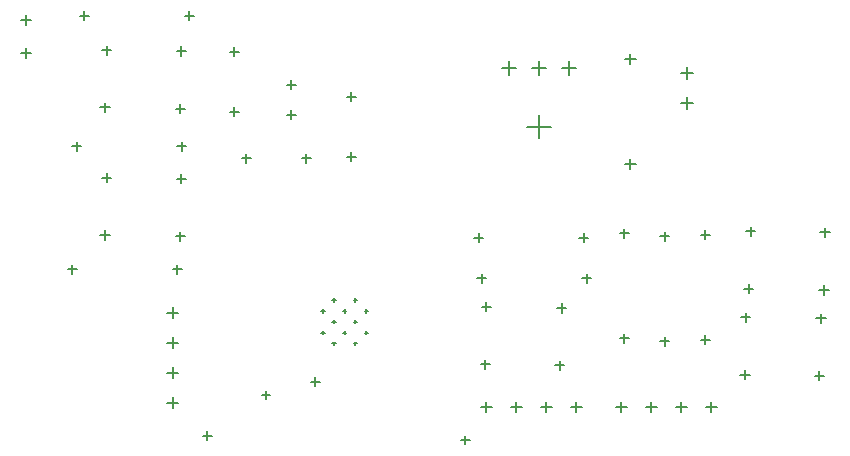
<source format=gbr>
G04*
G04 #@! TF.GenerationSoftware,Altium Limited,Altium Designer,25.0.2 (28)*
G04*
G04 Layer_Color=128*
%FSLAX44Y44*%
%MOMM*%
G71*
G04*
G04 #@! TF.SameCoordinates,D42C59B9-CDD2-46E9-AE24-7A473A00D307*
G04*
G04*
G04 #@! TF.FilePolarity,Positive*
G04*
G01*
G75*
%ADD13C,0.1270*%
D13*
X891025Y540450D02*
X894025D01*
X892525Y538950D02*
Y541950D01*
X872675Y540450D02*
X875675D01*
X874175Y538950D02*
Y541950D01*
X900200Y549625D02*
X903200D01*
X901700Y548125D02*
Y551125D01*
X881850Y549625D02*
X884850D01*
X883350Y548125D02*
Y551125D01*
X863500Y549625D02*
X866500D01*
X865000Y548125D02*
Y551125D01*
X891025Y558800D02*
X894025D01*
X892525Y557300D02*
Y560300D01*
X872675Y558800D02*
X875675D01*
X874175Y557300D02*
Y560300D01*
X900200Y567975D02*
X903200D01*
X901700Y566475D02*
Y569475D01*
X881850Y567975D02*
X884850D01*
X883350Y566475D02*
Y569475D01*
X863500Y567975D02*
X866500D01*
X865000Y566475D02*
Y569475D01*
X891025Y577150D02*
X894025D01*
X892525Y575650D02*
Y578650D01*
X872675Y577150D02*
X875675D01*
X874175Y575650D02*
Y578650D01*
X1037750Y723900D02*
X1057750D01*
X1047750Y713900D02*
Y733900D01*
X1067150Y773900D02*
X1079150D01*
X1073150Y767900D02*
Y779900D01*
X1041750Y773900D02*
X1053750D01*
X1047750Y767900D02*
Y779900D01*
X1016350Y773900D02*
X1028350D01*
X1022350Y767900D02*
Y779900D01*
X678053Y788670D02*
X685927D01*
X681990Y784733D02*
Y792607D01*
X740283Y739140D02*
X748157D01*
X744220Y735203D02*
Y743077D01*
X741045Y787908D02*
X748919D01*
X744982Y783971D02*
Y791845D01*
X676529Y740156D02*
X684403D01*
X680466Y736219D02*
Y744093D01*
X733370Y566420D02*
X742370D01*
X737870Y561920D02*
Y570920D01*
X733370Y541020D02*
X742370D01*
X737870Y536520D02*
Y545520D01*
X733370Y515620D02*
X742370D01*
X737870Y511120D02*
Y520120D01*
X733370Y490220D02*
X742370D01*
X737870Y485720D02*
Y494720D01*
X995553Y595630D02*
X1003427D01*
X999490Y591693D02*
Y599567D01*
X1084453Y595630D02*
X1092327D01*
X1088390Y591693D02*
Y599567D01*
X648843Y603250D02*
X656717D01*
X652780Y599313D02*
Y607187D01*
X737743Y603250D02*
X745617D01*
X741680Y599313D02*
Y607187D01*
X652653Y707390D02*
X660527D01*
X656590Y703453D02*
Y711327D01*
X741553Y707390D02*
X749427D01*
X745490Y703453D02*
Y711327D01*
X998800Y486410D02*
X1007800D01*
X1003300Y481910D02*
Y490910D01*
X1024200Y486410D02*
X1033200D01*
X1028700Y481910D02*
Y490910D01*
X1049600Y486410D02*
X1058600D01*
X1054100Y481910D02*
Y490910D01*
X1075000Y486410D02*
X1084000D01*
X1079500Y481910D02*
Y490910D01*
X1061593Y521970D02*
X1069467D01*
X1065530Y518033D02*
Y525907D01*
X999363Y571500D02*
X1007237D01*
X1003300Y567563D02*
Y575437D01*
X998601Y522732D02*
X1006475D01*
X1002538Y518795D02*
Y526669D01*
X1063117Y570484D02*
X1070991D01*
X1067054Y566547D02*
Y574421D01*
X678053Y680720D02*
X685927D01*
X681990Y676783D02*
Y684657D01*
X740283Y631190D02*
X748157D01*
X744220Y627253D02*
Y635127D01*
X741045Y679958D02*
X748919D01*
X744982Y676021D02*
Y683895D01*
X676529Y632206D02*
X684403D01*
X680466Y628269D02*
Y636143D01*
X1150493Y631190D02*
X1158367D01*
X1154430Y627253D02*
Y635127D01*
X1150493Y542290D02*
X1158367D01*
X1154430Y538353D02*
Y546227D01*
X1081913Y629920D02*
X1089787D01*
X1085850Y625983D02*
Y633857D01*
X993013Y629920D02*
X1000887D01*
X996950Y625983D02*
Y633857D01*
X1168480Y769620D02*
X1178480D01*
X1173480Y764620D02*
Y774620D01*
X1168480Y744220D02*
X1178480D01*
X1173480Y739220D02*
Y749220D01*
X1120775Y781050D02*
X1129665D01*
X1125220Y776605D02*
Y785495D01*
X1120775Y692150D02*
X1129665D01*
X1125220Y687705D02*
Y696595D01*
X885063Y749300D02*
X892937D01*
X889000Y745363D02*
Y753237D01*
X885063Y698500D02*
X892937D01*
X889000Y694563D02*
Y702437D01*
X834136Y759460D02*
X842264D01*
X838200Y755396D02*
Y763524D01*
X834136Y734060D02*
X842264D01*
X838200Y729996D02*
Y738124D01*
X846963Y697230D02*
X854837D01*
X850900Y693293D02*
Y701167D01*
X796163Y697230D02*
X804037D01*
X800100Y693293D02*
Y701167D01*
X786003Y736600D02*
X793877D01*
X789940Y732663D02*
Y740537D01*
X786003Y787400D02*
X793877D01*
X789940Y783463D02*
Y791337D01*
X1184783Y543560D02*
X1192657D01*
X1188720Y539623D02*
Y547497D01*
X1184783Y632460D02*
X1192657D01*
X1188720Y628523D02*
Y636397D01*
X1116203Y544830D02*
X1124077D01*
X1120140Y540893D02*
Y548767D01*
X1116203Y633730D02*
X1124077D01*
X1120140Y629793D02*
Y637667D01*
X1223137Y635254D02*
X1231011D01*
X1227074Y631317D02*
Y639191D01*
X1285367Y585724D02*
X1293241D01*
X1289304Y581787D02*
Y589661D01*
X1286129Y634492D02*
X1294003D01*
X1290066Y630555D02*
Y638429D01*
X1221613Y586740D02*
X1229487D01*
X1225550Y582803D02*
Y590677D01*
X1281303Y513080D02*
X1289177D01*
X1285240Y509143D02*
Y517017D01*
X1219073Y562610D02*
X1226947D01*
X1223010Y558673D02*
Y566547D01*
X1218311Y513842D02*
X1226185D01*
X1222248Y509905D02*
Y517779D01*
X1282827Y561594D02*
X1290701D01*
X1286764Y557657D02*
Y565531D01*
X1113100Y486410D02*
X1122100D01*
X1117600Y481910D02*
Y490910D01*
X1138500Y486410D02*
X1147500D01*
X1143000Y481910D02*
Y490910D01*
X1163900Y486410D02*
X1172900D01*
X1168400Y481910D02*
Y490910D01*
X1189300Y486410D02*
X1198300D01*
X1193800Y481910D02*
Y490910D01*
X609346Y786130D02*
X617474D01*
X613410Y782066D02*
Y790194D01*
X609346Y814070D02*
X617474D01*
X613410Y810006D02*
Y818134D01*
X659003Y817880D02*
X666877D01*
X662940Y813943D02*
Y821817D01*
X747903Y817880D02*
X755777D01*
X751840Y813943D02*
Y821817D01*
X813054Y496500D02*
X820166D01*
X816610Y492944D02*
Y500056D01*
X763524Y462280D02*
X770636D01*
X767080Y458724D02*
Y465836D01*
X981964Y458470D02*
X989076D01*
X985520Y454914D02*
Y462026D01*
X854964Y508000D02*
X862076D01*
X858520Y504444D02*
Y511556D01*
M02*

</source>
